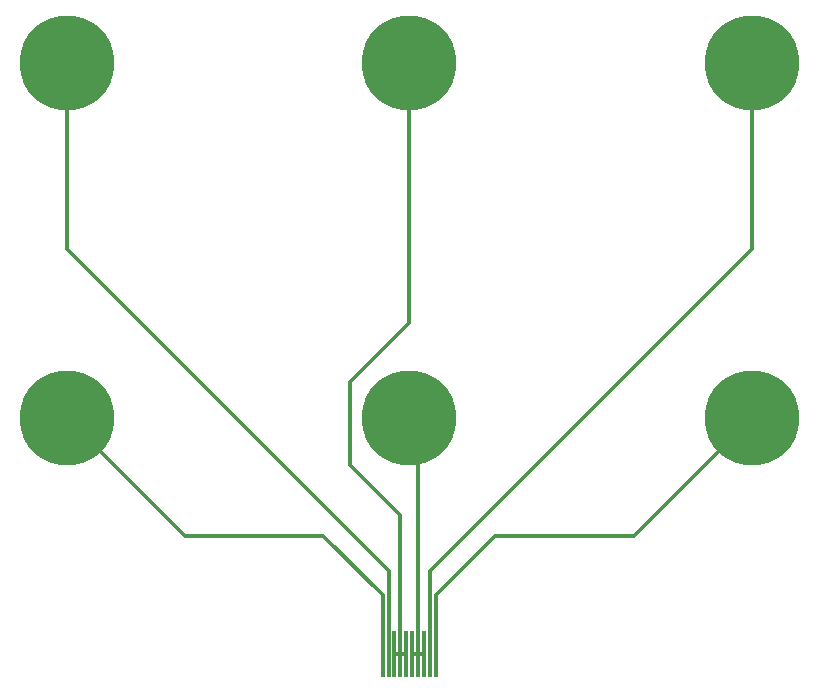
<source format=gbr>
G04 #@! TF.GenerationSoftware,KiCad,Pcbnew,(5.1.10)-1*
G04 #@! TF.CreationDate,2021-08-02T15:50:52+09:00*
G04 #@! TF.ProjectId,electrode_FPCB_rev1.2c,656c6563-7472-46f6-9465-5f465043425f,1.2*
G04 #@! TF.SameCoordinates,Original*
G04 #@! TF.FileFunction,Copper,L1,Top*
G04 #@! TF.FilePolarity,Positive*
%FSLAX46Y46*%
G04 Gerber Fmt 4.6, Leading zero omitted, Abs format (unit mm)*
G04 Created by KiCad (PCBNEW (5.1.10)-1) date 2021-08-02 15:50:52*
%MOMM*%
%LPD*%
G01*
G04 APERTURE LIST*
G04 #@! TA.AperFunction,SMDPad,CuDef*
%ADD10R,0.300000X4.000000*%
G04 #@! TD*
G04 #@! TA.AperFunction,SMDPad,CuDef*
%ADD11C,8.000000*%
G04 #@! TD*
G04 #@! TA.AperFunction,Conductor*
%ADD12C,0.300000*%
G04 #@! TD*
G04 APERTURE END LIST*
D10*
X98550000Y-85700000D03*
X98050000Y-85700000D03*
X97550000Y-85700000D03*
X97050000Y-85700000D03*
X96550000Y-85700000D03*
X96050000Y-85700000D03*
X95550000Y-85700000D03*
X95050000Y-85700000D03*
X94550000Y-85700000D03*
X94050000Y-85700000D03*
D11*
X125300000Y-65700000D03*
X67300000Y-65700000D03*
X125300000Y-35700000D03*
X67300000Y-35700000D03*
X96300000Y-65700000D03*
X96300000Y-35700000D03*
D12*
X95550000Y-85700000D02*
X96050000Y-85700000D01*
X95550000Y-85700000D02*
X95050000Y-85700000D01*
X95550000Y-85700000D02*
X95550000Y-73950000D01*
X91300000Y-69700000D02*
X91300000Y-62700000D01*
X96300000Y-57700000D02*
X96300000Y-35700000D01*
X91300000Y-62700000D02*
X96300000Y-57700000D01*
X95550000Y-73950000D02*
X91300000Y-69700000D01*
X97050000Y-66450000D02*
X96300000Y-65700000D01*
X97050000Y-85700000D02*
X97050000Y-66450000D01*
X97050000Y-85700000D02*
X97550000Y-85700000D01*
X97050000Y-85700000D02*
X96550000Y-85700000D01*
X94550000Y-85700000D02*
X94550000Y-78650000D01*
X67300000Y-51400000D02*
X67300000Y-35700000D01*
X94550000Y-78650000D02*
X67300000Y-51400000D01*
X98050000Y-85700000D02*
X98050000Y-78650000D01*
X98050000Y-78650000D02*
X125300000Y-51400000D01*
X125300000Y-51400000D02*
X125300000Y-35700000D01*
X94050000Y-85700000D02*
X94050000Y-80750000D01*
X94050000Y-80750000D02*
X89000000Y-75700000D01*
X77300000Y-75700000D02*
X67300000Y-65700000D01*
X89000000Y-75700000D02*
X77300000Y-75700000D01*
X98550000Y-85700000D02*
X98550000Y-80750000D01*
X98550000Y-80750000D02*
X103600000Y-75700000D01*
X115300000Y-75700000D02*
X125300000Y-65700000D01*
X103600000Y-75700000D02*
X115300000Y-75700000D01*
M02*

</source>
